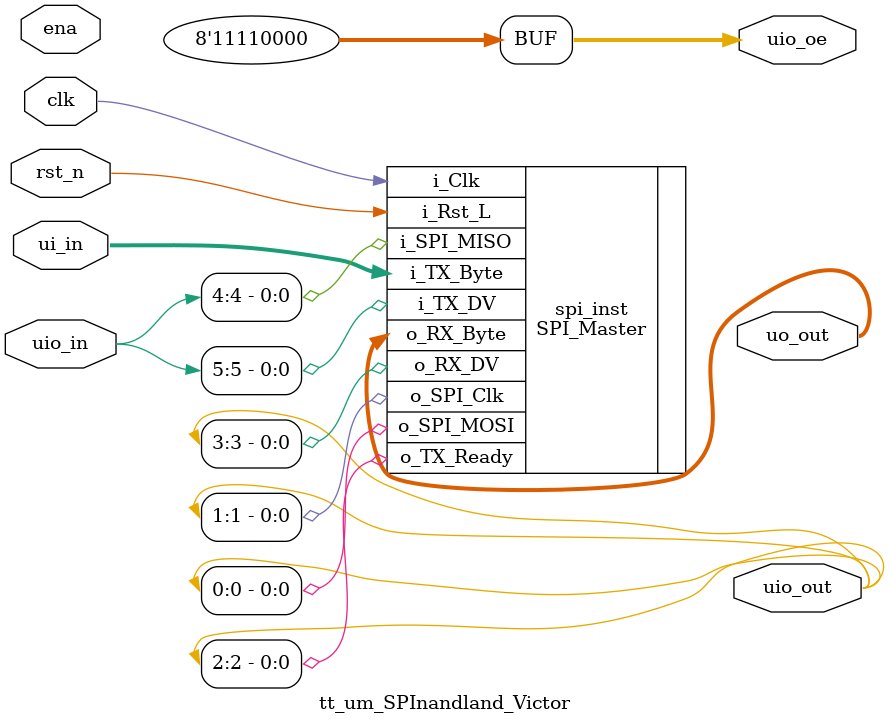
<source format=v>
/*
 * Copyright (c) 2024 Victor Reginato
 * SPDX-License-Identifier: Apache-2.0
 */



`default_nettype none

module tt_um_SPInandland_Victor (
    input  wire [7:0] ui_in,    // Dedicated inputs
    output wire [7:0] uo_out,   // Dedicated outputs
    input  wire [7:0] uio_in,   // IOs: Input path
    output wire [7:0] uio_out,  // IOs: Output path
    output wire [7:0] uio_oe,   // IOs: Enable path (active high: 0=input, 1=output)
    input  wire       ena,      // always 1 when the design is powered, so you can ignore it
    input  wire       clk,      // clock
    input  wire       rst_n     // reset_n - low to reset
);

  // All output pins must be assigned. If not used, assign to 0.
  //assign uo_out  = ui_in + uio_in;  Example: ou_out is the sum of ui_in and uio_in
  //assign uio_out[4:7] = 4'b0000;
  assign uio_oe  = 8'b11110000;
  //assign uio_in[2:7] = 6'b000000;
  // List all unused inputs to prevent warnings
  //wire _unused = &{ena, clk, rst_n, 1'b0};
  always @(posedge clk) begin
    
  end


  SPI_Master spi_inst(
    .i_Clk(clk),
    .i_Rst_L(rst_n),
      //single pins
    .o_SPI_MOSI(uio_out[0]),
    .i_SPI_MISO(uio_in[4]),
    .o_SPI_Clk(uio_out[1]),

    .i_TX_DV(uio_in[5]),
    .o_TX_Ready(uio_out[2]),
    .o_RX_DV(uio_out[3]),
      //bytes 
    .i_TX_Byte(ui_in),
    .o_RX_Byte(uo_out)

  );

endmodule

</source>
